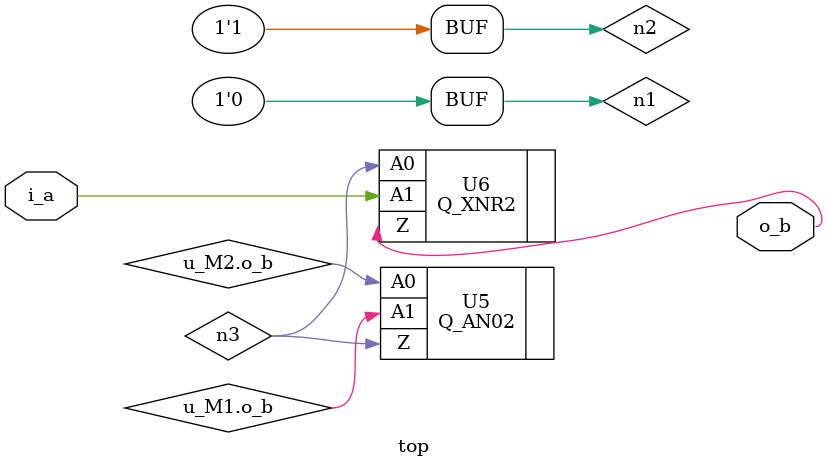
<source format=v>

module M2 ( u_I_z, u_I_y, u_I_x, o_b);
// pragma CVASTRPROP MODULE HDLICE HDL_MODULE_ATTRIBUTE "0 vlog atb"
inout u_I_z;
inout u_I_y;
inout u_I_x;
output o_b;
Q_XOR2 U0 ( .A0(u_I_x), .A1(u_I_y), .Z(n1));
Q_XOR2 U1 ( .A0(u_I_x), .A1(u_I_z), .Z(n2));
Q_OR02 U2 ( .A0(n1), .A1(n2), .Z(o_b));
endmodule

module M1 ( u_I_z, u_I_y, u_I_x, o_b);
// pragma CVASTRPROP MODULE HDLICE HDL_MODULE_ATTRIBUTE "0 vlog atb"
inout u_I_z;
inout u_I_y;
inout u_I_x;
output o_b;
Q_INV U0 ( .A(u_I_y), .Z(n1));
Q_XOR2 U1 ( .A0(u_I_x), .A1(u_I_z), .Z(n2));
Q_OR02 U2 ( .A0(n1), .A1(n2), .Z(o_b));
endmodule

module top ( i_a, o_b);
// pragma CVASTRPROP MODULE HDLICE HDL_MODULE_ATTRIBUTE "0 vlog atb"
input i_a;
output o_b;
wire u_I_z;
wire u_I_y;
wire u_I_x;
supply0 n1;
supply1 n2;
Q_BUF U0 ( .A(n1), .Z(u_I_z));
Q_BUF U1 ( .A(n2), .Z(u_I_y));
Q_BUF U2 ( .A(n2), .Z(u_I_x));
M1 u_M1 ( .u_I_z( u_I_z), .u_I_y( u_I_y), .u_I_x( u_I_x), .o_b());
M2 u_M2 ( .u_I_z( u_I_z), .u_I_y( u_I_y), .u_I_x( u_I_x), .o_b());
Q_AN02 U5 ( .A0(u_M2.o_b), .A1(u_M1.o_b), .Z(n3));
Q_XNR2 U6 ( .A0(n3), .A1(i_a), .Z(o_b));
`ifdef Q_DISPLAY_BUFFER_USE
`ifdef CBV
`else
Q_DISPLAY_BUFFER Q_DISPLAY_BUFFER ();
`endif
`endif
`ifdef Q_HDL_ROOT_USE
Q_HDL_ROOT Q_HDL_ROOT ();
`endif
endmodule

</source>
